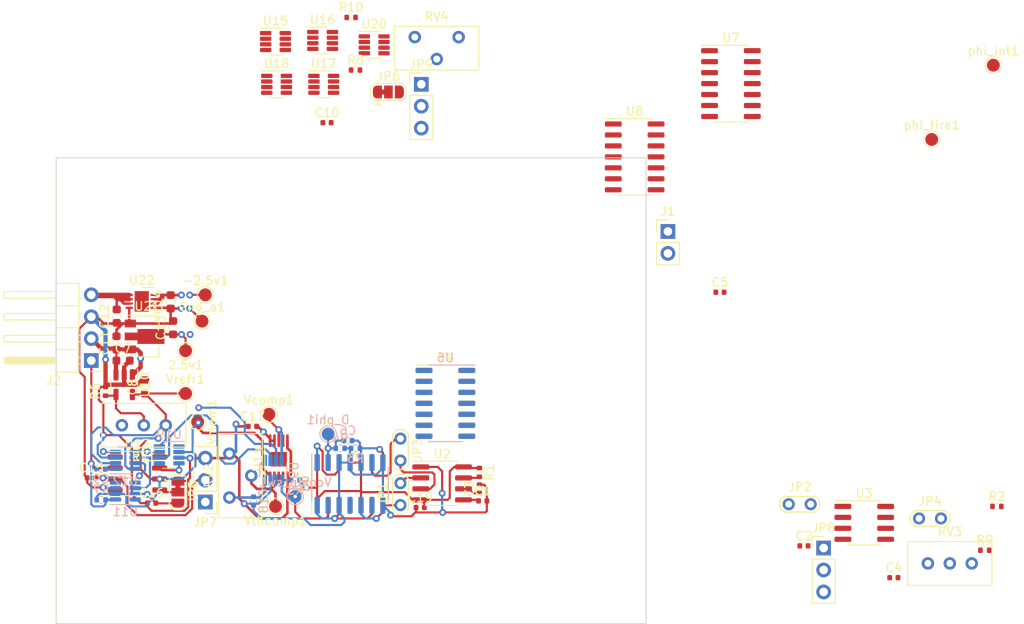
<source format=kicad_pcb>
(kicad_pcb (version 20211014) (generator pcbnew)
  (layers (0 "F.Cu" signal) (1 "In1.Cu" signal) (2 "In2.Cu" signal) (31 "B.Cu" signal) (34 "B.Paste" user) (35 "F.Paste" user) (36 "B.SilkS" user "B.Silkscreen") (37 "F.SilkS" user "F.Silkscreen") (38 "B.Mask" user) (39 "F.Mask" user) (44 "Edge.Cuts" user))
  (net 0 "")
  (net 1 "-2V5")
  (net 2 "+2V5")
  (net 3 "Net-(C1-Pad1)")
  (net 4 "GND")
  (net 5 "Net-(C2-Pad1)")
  (net 6 "Net-(C3-Pad1)")
  (net 7 "Net-(C4-Pad1)")
  (net 8 "phi_int")
  (net 9 "n_phi1")
  (net 10 "d_phi1")
  (net 11 "+5V")
  (net 12 "vrefr")
  (net 13 "I_in")
  (net 14 "Net-(C9-Pad2)")
  (net 15 "Net-(C10-Pad2)")
  (net 16 "-5V")
  (net 17 "vout")
  (net 18 "trig1")
  (net 19 "Net-(JP1-Pad2)")
  (net 20 "trig2")
  (net 21 "Net-(JP2-Pad2)")
  (net 22 "phi1")
  (net 23 "Net-(JP3-Pad2)")
  (net 24 "phi2")
  (net 25 "Net-(JP4-Pad2)")
  (net 26 "Net-(JP5-Pad2)")
  (net 27 "Net-(JP6-Pad2)")
  (net 28 "Net-(JP7-Pad1)")
  (net 29 "Net-(JP7-Pad2)")
  (net 30 "Net-(JP8-Pad1)")
  (net 31 "Net-(JP8-Pad2)")
  (net 32 "Net-(JP8-Pad3)")
  (net 33 "Net-(JP9-Pad1)")
  (net 34 "Net-(JP9-Pad3)")
  (net 35 "phi_fire")
  (net 36 "Net-(R1-Pad2)")
  (net 37 "vcomp_sw")
  (net 38 "Net-(R6-Pad1)")
  (net 39 "Net-(R7-Pad2)")
  (net 40 "Net-(R10-Pad1)")
  (net 41 "Net-(R9-Pad2)")
  (net 42 "Net-(R10-Pad2)")
  (net 44 "Net-(RV2-Pad2)")
  (net 47 "Net-(U1-Pad1)")
  (net 48 "Net-(U1-Pad14)")
  (net 50 "Net-(U4-Pad3)")
  (net 52 "Net-(U4-Pad14)")
  (net 59 "vcomp")
  (footprint "Package_TO_SOT_SMD:SOT-23-8" (layer "F.Cu") (at 62.992 60.071)
    (fp_text reference "U15")
    (fp_text value "ADG619")
  )
  (footprint "Resistor_SMD:R_0402_1005Metric" (layer "F.Cu") (at 86.614 109.982 -90)
    (fp_text reference "R1")
    (fp_text value "4.7k")
  )
  (footprint "TestPoint:TestPoint_2Pads_Pitch2.54mm_Drill0.8mm" (layer "F.Cu") (at 77.47 113.772 90)
    (fp_text reference "JP1")
    (fp_text value "Jumper_2_Bridged")
  )
  (footprint "Potentiometer_THT:Potentiometer_Bourns_3296Y_Vertical" (layer "F.Cu") (at 57.653 107.813 90)
    (fp_text reference "RV2")
    (fp_text value "100k")
  )
  (footprint "TestPoint:TestPoint_Pad_D1.5mm" (layer "F.Cu") (at 53.975 104.14 -90)
    (fp_text reference "Vmem1")
    (fp_text value "TestPoint")
  )
  (footprint "Package_TO_SOT_SMD:SOT-23-8" (layer "F.Cu") (at 68.58 65.024)
    (fp_text reference "U17")
    (fp_text value "ADG619")
  )
  (footprint "TestPoint:TestPoint_Pad_D1.5mm" (layer "F.Cu") (at 62.992 113.919 180)
    (fp_text reference "Vthcomp1")
    (fp_text value "TestPoint")
  )
  (footprint "Package_TO_SOT_SMD:SOT-23-8" (layer "F.Cu") (at 63.119 65.024)
    (fp_text reference "U18")
    (fp_text value "ADG619")
  )
  (footprint "TestPoint:TestPoint_2Pads_Pitch2.54mm_Drill0.8mm" (layer "F.Cu") (at 137.541 115.316)
    (fp_text reference "JP4")
    (fp_text value "Jumper_2_Bridged")
  )
  (footprint "Potentiometer_THT:Potentiometer_Bourns_3296W_Vertical" (layer "F.Cu") (at 143.647 120.523)
    (fp_text reference "RV3")
    (fp_text value "5k")
  )
  (footprint "Package_TO_SOT_SMD:SOT-23-8" (layer "F.Cu") (at 74.422 60.452)
    (fp_text reference "U20")
    (fp_text value "ADG619")
  )
  (footprint "Package_SO:SOIC-14_3.9x8.7mm_P1.27mm" (layer "F.Cu") (at 104.598 73.431)
    (fp_text reference "U8")
    (fp_text value "ALD1106")
  )
  (footprint "Package_SO:SOIC-14_3.9x8.7mm_P1.27mm" (layer "F.Cu") (at 115.748 64.941)
    (fp_text reference "U7")
    (fp_text value "ALD1107")
  )
  (footprint "Capacitor_SMD:C_0603_1608Metric" (layer "F.Cu") (at 44.6018 91.8836 90)
    (fp_text reference "C12")
    (fp_text value "10uf")
  )
  (footprint "Package_SO:SO-8_3.9x4.9mm_P1.27mm" (layer "F.Cu") (at 46.99 110.109)
    (fp_text reference "U13")
    (fp_text value "LTC6268xS8-10")
  )
  (footprint "Jumper:SolderJumper-3_P1.3mm_Bridged12_RoundedPad1.0x1.5mm" (layer "F.Cu") (at 76.073 65.913)
    (fp_text reference "JP6")
    (fp_text value "SolderJumper_3_Bridged12")
  )
  (footprint "Package_SO:SOIC-14_3.9x8.7mm_P1.27mm" (layer "F.Cu") (at 71.628 111.317 90)
    (fp_text reference "U5")
    (fp_text value "ALD1107")
  )
  (footprint "Resistor_SMD:R_0402_1005Metric" (layer "F.Cu") (at 43.307 100.584 90)
    (fp_text reference "R6")
    (fp_text value "10k")
  )
  (footprint "Capacitor_SMD:C_0402_1005Metric" (layer "F.Cu") (at 79.756 114.046)
    (fp_text reference "C19")
    (fp_text value "100n")
  )
  (footprint "Package_TO_SOT_SMD:SOT-23-8" (layer "F.Cu") (at 68.453 59.944)
    (fp_text reference "U16")
    (fp_text value "ADG619")
  )
  (footprint "Package_DFN_QFN:DFN-8-1EP_3x3mm_P0.5mm_EP1.65x2.38mm" (layer "F.Cu") (at 47.4974 90.1694)
    (fp_text reference "U22")
    (fp_text value "LT3015EDD-2.5")
  )
  (footprint "Package_TO_SOT_SMD:SOT-23-5" (layer "F.Cu") (at 45.466 99.8165 -90)
    (fp_text reference "U10")
    (fp_text value "AP7366")
  )
  (footprint "Capacitor_SMD:C_0603_1608Metric" (layer "F.Cu") (at 50.8502 90.2202 90)
    (fp_text reference "C14")
    (fp_text value "10uf")
  )
  (footprint "Connector_PinHeader_2.54mm:PinHeader_1x03_P2.54mm_Vertical" (layer "F.Cu") (at 54.864 113.411 180)
    (fp_text reference "JP7")
    (fp_text value "Jumper_3_Bridged12")
  )
  (footprint "Package_SO:SOIC-8_3.9x4.9mm_P1.27mm" (layer "F.Cu") (at 82.296 111.252)
    (fp_text reference "U2")
    (fp_text value "LM555xM")
  )
  (footprint "Package_SO:SOIC-14_3.9x8.7mm_P1.27mm" (layer "F.Cu") (at 82.677 101.981)
    (fp_text reference "U4")
    (fp_text value "ALD1107")
  )
  (footprint "TestPoint:TestPoint_Pad_D1.5mm" (layer "F.Cu") (at 62.23 103.251)
    (fp_text reference "Vcomp1")
    (fp_text value "TestPoint")
  )
  (footprint "Jumper:SolderJumper-3_P1.3mm_Bridged12_RoundedPad1.0x1.5mm" (layer "F.Cu") (at 51.689 112.268 -90)
    (fp_text reference "JP5")
    (fp_text value "SolderJumper_3_Bridged12")
  )
  (footprint "Resistor_SMD:R_0402_1005Metric" (layer "F.Cu") (at 72.263 63.373)
    (fp_text reference "R8")
    (fp_text value "500k")
  )
  (footprint "Potentiometer_THT:Potentiometer_Bourns_3296Y_Vertical" (layer "F.Cu") (at 84.211 59.558)
    (fp_text reference "RV4")
    (fp_text value "500k")
  )
  (footprint "Capacitor_SMD:C_0402_1005Metric" (layer "F.Cu") (at 124.206 118.491)
    (fp_text reference "C2")
    (fp_text value "0.1u")
  )
  (footprint "Package_TO_SOT_SMD:SOT-89-3" (layer "F.Cu") (at 47.8276 94.2334)
    (fp_text reference "U21")
    (fp_text value "AP1117Y25G")
  )
  (footprint "Connector_PinHeader_2.54mm:PinHeader_1x03_P2.54mm_Vertical" (layer "F.Cu") (at 126.492 118.745)
    (fp_text reference "JP8")
    (fp_text value "Jumper_3_Bridged12")
  )
  (footprint "Capacitor_SMD:C_0402_1005Metric" (layer "F.Cu") (at 114.478 89.111)
    (fp_text reference "C5")
    (fp_text value "1n")
  )
  (footprint "Capacitor_SMD:C_0402_1005Metric" (layer "F.Cu") (at 134.62 122.174)
    (fp_text reference "C4")
    (fp_text value "0.25u")
  )
  (footprint "Capacitor_SMD:C_0603_1608Metric" (layer "F.Cu") (at 45.339 97.028)
    (fp_text reference "C7")
    (fp_text value "1u")
  )
  (footprint "Package_SO:SOIC-8_3.9x4.9mm_P1.27mm" (layer "F.Cu") (at 131.191 115.824)
    (fp_text reference "U3")
    (fp_text value "LM555xM")
  )
  (footprint "TestPoint:TestPoint_2Pads_Pitch2.54mm_Drill0.8mm" (layer "F.Cu") (at 122.448 113.665)
    (fp_text reference "JP2")
    (fp_text value "Jumper_2_Bridged")
  )
  (footprint "TestPoint:TestPoint_Pad_D1.5mm" (layer "F.Cu") (at 54.483 92.456)
    (fp_text reference "Gnd_a1")
    (fp_text value "TestPoint")
  )
  (footprint "Potentiometer_THT:Potentiometer_Bourns_3296W_Vertical" (layer "F.Cu") (at 45.202 104.521 180)
    (fp_text reference "RV1")
    (fp_text value "20k")
  )
  (footprint "TestPoint:TestPoint_Pad_D1.5mm" (layer "F.Cu") (at 146.148 62.811)
    (fp_text reference "phi_int1")
    (fp_text value "TestPoint")
  )
  (footprint "Capacitor_SMD:C_0402_1005Metric" (layer "F.Cu") (at 86.995 113.284)
    (fp_text reference "C1")
    (fp_text value "0.1u")
  )
  (footprint "Capacitor_SMD:C_0402_1005Metric" (layer "F.Cu") (at 86.614 111.887 90)
    (fp_text reference "C3")
    (fp_text value "0.03u")
  )
  (footprint "TestPoint:TestPoint_Pad_D1.5mm" (layer "F.Cu") (at 54.864 89.408)
    (fp_text reference "-2.5v1")
    (fp_text value "TestPoint")
  )
  (footprint "Resistor_SMD:R_0402_1005Metric" (layer "F.Cu") (at 145.161 118.999)
    (fp_text reference "R9")
    (fp_text value "330")
  )
  (footprint "Capacitor_SMD:C_0402_1005Metric" (layer "F.Cu") (at 48.641 113.538)
    (fp_text reference "C16")
    (fp_text value "100n")
  )
  (footprint "Capacitor_SMD:C_0402_1005Metric" (layer "F.Cu") (at 60.325 104.648)
    (fp_text reference "C17")
    (fp_text value "100n")
  )
  (footprint "Capacitor_SMD:C_0603_1608Metric" (layer "F.Cu") (at 47.879 100.076 90)
    (fp_text reference "C8")
    (fp_text value "1u")
  )
  (footprint "Package_SO:MSOP-10-1EP_3x3mm_P0.5mm_EP1.68x1.88mm" (layer "F.Cu") (at 63.373 108.458 90)
    (fp_text reference "U14")
    (fp_text value "LT1715")
  )
  (footprint "Connector_PinHeader_2.54mm:PinHeader_1x02_P2.54mm_Vertical" (layer "F.Cu") (at 108.448 82.071)
    (fp_text reference "J1")
    (fp_text value "Output connector")
  )
  (footprint "TestPoint:TestPoint_Pad_D1.5mm" (layer "F.Cu") (at 52.578 100.838)
    (fp_text reference "Vrefr1")
    (fp_text value "TestPoint")
  )
  (footprint "TestPoint:TestPoint_Pad_D1.5mm" (layer "F.Cu") (at 52.578 95.885 180)
    (fp_text reference "2.5v1")
    (fp_text value "TestPoint")
  )
  (footprint "Connector_PinHeader_2.54mm:PinHeader_1x03_P2.54mm_Vertical" (layer "F.Cu") (at 79.883 65.024)
    (fp_text reference "JP9")
    (fp_text value "Jumper_3_Bridged12")
  )
  (footprint "TestPoint:TestPoint_Pad_D1.5mm" (layer "F.Cu") (at 139.008 71.411)
    (fp_text reference "phi_fire1")
    (fp_text value "TestPoint")
  )
  (footprint "TestPoint:TestPoint_2Pads_Pitch2.54mm_Drill0.8mm" (layer "F.Cu") (at 77.47 106.065 -90)
    (fp_text reference "JP3")
    (fp_text value "Jumper_2_Bridged")
  )
  (footprint "Resistor_SMD:R_0402_1005Metric" (layer "F.Cu") (at 146.558 113.919)
    (fp_text reference "R2")
    (fp_text value "4.7k")
  )
  (footprint "Capacitor_SMD:C_0603_1608Metric" (layer "F.Cu") (at 44.5764 94.983 90)
    (fp_text reference "C11")
    (fp_text value "10uf")
  )
  (footprint "Connector_PinHeader_2.54mm:PinHeader_1x04_P2.54mm_Horizontal" (layer "F.Cu") (at 41.656 97.028 180)
    (fp_text reference "J2")
    (fp_text value "Input connector")
  )
  (footprint "Resistor_SMD:R_0402_1005Metric" (layer "F.Cu") (at 71.755 57.277)
    (fp_text reference "R10")
    (fp_text value "10k")
  )
  (footprint "Capacitor_SMD:C_0603_1608Metric" (layer "F.Cu") (at 51.1296 93.2174 90)
    (fp_text reference "C13")
    (fp_text value "22uf")
  )
  (footprint "Capacitor_SMD:C_0402_1005Metric" (layer "F.Cu") (at 68.961 69.469)
    (fp_text reference "C10")
    (fp_text value "500p")
  )
  (footprint "Capacitor_SMD:C_0402_1005Metric" (layer "F.Cu") (at 41.656 110.617)
    (fp_text reference "C15")
    (fp_text value "100n")
  )
  (footprint "Resistor_SMD:R_0402_1005Metric" (layer "B.Cu") (at 42.797 113.157 180)
    (fp_text reference "R7")
    (fp_text value "500k")
  )
  (footprint "TestPoint:TestPoint_Pad_D1.5mm" (layer "B.Cu") (at 69.088 105.537 180)
    (fp_text reference "D_phi1")
    (fp_text value "TestPoint")
  )
  (footprint "Resistor_SMD:R_0402_1005Metric" (layer "B.Cu") (at 65.278 110.871)
    (fp_text reference "R5")
    (fp_text value "109k")
  )
  (footprint "Package_TO_SOT_SMD:SOT-23-8" (layer "B.Cu") (at 45.593 108.585)
    (fp_text reference "U12")
    (fp_text value "ADG619")
  )
  (footprint "Capacitor_SMD:C_0402_1005Metric" (layer "B.Cu") (at 60.452 113.284 90)
    (fp_text reference "C18")
    (fp_text value "100n")
  )
  (footprint "Package_SO:SOIC-14_3.9x8.7mm_P1.27mm" (layer "B.Cu") (at 71.628 111.317 -90)
    (fp_text reference "U1")
    (fp_text value "ALD1106")
  )
  (footprint "Package_TO_SOT_SMD:SOT-23-8" (layer "B.Cu") (at 62.738 109.728 90)
    (fp_text reference "U9")
    (fp_text value "ADG619")
  )
  (footprint "Capacitor_SMD:C_0402_1005Metric" (layer "B.Cu") (at 42.799 109.601)
    (fp_text reference "C9")
    (fp_text value "20n")
  )
  (footprint "Resistor_SMD:R_0402_1005Metric" (layer "B.Cu") (at 72.263 107.188)
    (fp_text reference "R3")
    (fp_text value "10k")
  )
  (footprint "Package_SO:SOIC-14_3.9x8.7mm_P1.27mm" (layer "B.Cu") (at 82.677 101.981 180)
    (fp_text reference "U6")
    (fp_text value "ALD1106")
  )
  (footprint "Resistor_SMD:R_0402_1005Metric" (layer "B.Cu") (at 70.485 107.188 180)
    (fp_text reference "R4")
    (fp_text value "1M")
  )
  (footprint "Capacitor_SMD:C_0402_1005Metric" (layer "B.Cu") (at 71.374 106.299 180)
    (fp_text reference "C6")
    (fp_text value "10p")
  )
  (footprint "TestPoint:TestPoint_Pad_D1.5mm" (layer "B.Cu") (at 65.278 112.776 180)
    (fp_text reference "Vcomp_sw1")
    (fp_text value "TestPoint")
  )
  (footprint "Package_TO_SOT_SMD:SOT-23-8" (layer "B.Cu") (at 45.593 112.141)
    (fp_text reference "U11")
    (fp_text value "ADG619")
  )
  (footprint "Package_TO_SOT_SMD:SOT-23-8" (layer "B.Cu") (at 50.673 107.95 180)
    (fp_text reference "U19")
    (fp_text value "ADG619")
  )
  (gr_rect (start 105.918 127.508) (end 37.592 73.533) (layer "Edge.Cuts") (width 0.1) (fill none))
  (segment (start 49.3302 90.4194) (end 49.9742 89.7754) (width 0.3) (layer "F.Cu") (net 1))
  (segment (start 49.9742 89.7754) (end 49.9742 89.4452) (width 0.3) (layer "F.Cu") (net 1))
  (segment (start 50.8244 89.4194) (end 50.8502 89.4452) (width 0.3) (layer "F.Cu") (net 1))
  (segment (start 49.5 89.9194) (end 49.9742 89.4452) (width 0.3) (layer "F.Cu") (net 1))
  (segment (start 54.864 89.408) (end 53.086 89.408) (width 0.25) (layer "F.Cu") (net 1))
  (segment (start 53.086 89.408) (end 53.0606 89.4334) (width 0.25) (layer "F.Cu") (net 1))
  (segment (start 49.9742 89.4452) (end 50.8502 89.4452) (width 0.3) (layer "F.Cu") (net 1))
  (segment (start 48.9474 89.9194) (end 49.5 89.9194) (width 0.3) (layer "F.Cu") (net 1))
  (segment (start 51.689 113.568) (end 49.179 113.568) (width 0.25) (layer "F.Cu") (net 1))
  (segment (start 49.179 113.568) (end 48.133 112.522) (width 0.25) (layer "F.Cu") (net 1))
  (segment (start 48.9474 89.4194) (end 50.8244 89.4194) (width 0.3) (layer "F.Cu") (net 1))
  (segment (start 48.9474 90.4194) (end 49.3302 90.4194) (width 0.3) (layer "F.Cu") (net 1))
  (segment (start 52.0836 89.4452) (end 52.0954 89.4334) (width 0.3) (layer "F.Cu") (net 1))
  (segment (start 50.8502 89.4452) (end 52.0836 89.4452) (width 0.3) (layer "F.Cu") (net 1))
  (via (at 47.227819 110.3795) (size 0.8) (drill 0.4) (layers "F.Cu" "B.Cu") (net 1))
  (via (at 52.0954 89.4334) (size 0.8) (drill 0.4) (layers "F.Cu" "B.Cu") (net 1))
  (via (at 48.133 112.522) (size 0.8) (drill 0.4) (layers "F.Cu" "B.Cu") (net 1))
  (via (at 54.102 102.489) (size 0.8) (drill 0.4) (layers "F.Cu" "B.Cu") (net 1))
  (via (at 53.0606 89.4334) (size 0.8) (drill 0.4) (layers "F.Cu" "B.Cu") (net 1))
  (via (at 48.133 107.569) (size 0.8) (drill 0.4) (layers "F.Cu" "B.Cu") (net 1))
  (segment (start 47.879 109.093) (end 47.879 109.728319) (width 0.25) (layer "B.Cu") (net 1))
  (segment (start 63.063 107.259) (end 62.484 106.68) (width 0.25) (layer "B.Cu") (net 1))
  (segment (start 59.436 104.14) (end 57.785 102.489) (width 0.25) (layer "B.Cu") (net 1))
  (segment (start 46.7305 108.91) (end 47.696 108.91) (width 0.25) (layer "B.Cu") (net 1))
  (segment (start 47.879 109.728319) (end 47.227819 110.3795) (width 0.25) (layer "B.Cu") (net 1))
  (segment (start 59.436 105.537) (end 59.436 104.14) (width 0.25) (layer "B.Cu") (net 1))
  (segment (start 57.785 102.489) (end 54.102 102.489) (width 0.25) (layer "B.Cu") (net 1))
  (segment (start 48.077 112.466) (end 48.133 112.522) (width 0.25) (layer "B.Cu") (net 1))
  (segment (start 60.579 106.68) (end 59.436 105.537) (width 0.25) (layer "B.Cu") (net 1))
  (segment (start 47.696 108.91) (end 47.879 109.093) (width 0.25) (layer "B.Cu") (net 1))
  (segment (start 49.5355 107.625) (end 48.189 107.625) (width 0.25) (layer "B.Cu") (net 1))
  (segment (start 62.484 106.68) (end 60.579 106.68) (width 0.25) (layer "B.Cu") (net 1))
  (segment (start 63.063 108.5905) (end 63.063 107.259) (width 0.25) (layer "B.Cu") (net 1))
  (segment (start 46.7305 112.466) (end 48.077 112.466) (width 0.25) (layer "B.Cu") (net 1))
  (segment (start 48.189 107.625) (end 48.133 107.569) (width 0.25) (layer "B.Cu") (net 1))
  (segment (start 42.136 110.617) (end 42.997 110.617) (width 0.25) (layer "F.Cu") (net 2))
  (segment (start 52.578 95.885) (end 52.578 94.478) (width 0.25) (layer "F.Cu") (net 2))
  (segment (start 52.0924 93.9924) (end 52.1 94) (width 0.3) (layer "F.Cu") (net 2))
  (segment (start 51.1296 93.9924) (end 52.0924 93.9924) (width 0.3) (layer "F.Cu") (net 2))
  (segment (start 46.5061 93.9924) (end 46.2651 94.2334) (width 0.3) (layer "F.Cu") (net 2))
  (segment (start 42.997 110.617) (end 43.0135 110.6335) (width 0.25) (layer "F.Cu") (net 2))
  (segment (start 49.819 109.728) (end 49.565 109.474) (width 0.25) (layer "F.Cu") (net 2))
  (segment (start 52.578 94.478) (end 52.1 94) (width 0.25) (layer "F.Cu") (net 2))
  (segment (start 51.816 109.728) (end 49.819 109.728) (width 0.25) (layer "F.Cu") (net 2))
  (segment (start 51.1296 93.9924) (end 46.5061 93.9924) (width 0.3) (layer "F.Cu") (net 2))
  (via (at 52.1 94) (size 0.8) (drill 0.4) (layers "F.Cu" "B.Cu") (net 2))
  (via (at 53.1 94) (size 0.8) (drill 0.4) (layers "F.Cu" "B.Cu") (net 2))
  (via (at 43.053 107.569) (size 0.8) (drill 0.4) (layers "F.Cu" "B.Cu") (net 2))
  (via (at 43.0135 110.6335) (size 0.8) (drill 0.4) (layers "F.Cu" "B.Cu") (net 2))
  (via (at 51.816 109.728) (size 0.8) (drill 0.4) (layers "F.Cu" "B.Cu") (net 2))
  (segment (start 61.763 112.227) (end 61.763 110.8655) (width 0.3) (layer "B.Cu") (net 2))
  (segment (start 44.4555 107.61) (end 43.094 107.61) (width 0.25) (layer "B.Cu") (net 2))
  (segment (start 44.4555 110.7495) (end 44.3395 110.6335) (width 0.25) (layer "B.Cu") (net 2))
  (segment (start 51.8105 108.925) (end 51.8105 109.7225) (width 0.25) (layer "B.Cu") (net 2))
  (segment (start 44.4555 111.166) (end 44.4555 110.7495) (width 0.25) (layer "B.Cu") (net 2))
  (segment (start 43.094 107.61) (end 43.053 107.569) (width 0.25) (layer "B.Cu") (net 2))
  (segment (start 51.8105 109.7225) (end 51.816 109.728) (width 0.25) (layer "B.Cu") (net 2))
  (segment (start 61.097 112.893) (end 61.763 112.227) (width 0.3) (layer "B.Cu") (net 2))
  (segment (start 57.653 112.893) (end 61.097 112.893) (width 0.3) (layer "B.Cu") (net 2))
  (segment (start 44.3395 110.6335) (end 43.0135 110.6335) (width 0.25) (layer "B.Cu") (net 2))
  (segment (start 86.388 113.157) (end 86.515 113.284) (width 0.25) (layer "F.Cu") (net 3))
  (segment (start 84.771 113.157) (end 86.388 113.157) (width 0.25) (layer "F.Cu") (net 3))
  (segment (start 81.788 109.347) (end 82.042 109.601) (width 0.25) (layer "F.Cu") (net 4))
  (segment (start 51.1296 92.4424) (end 50.8386 92.7334) (width 0.3) (layer "F.Cu") (net 4))
  (segment (start 52.083 90.9952) (end 52.0954 90.9828) (width 0.3) (layer "F.Cu") (net 4))
  (segment (start 87.475 113.284) (end 87.475 114.455) (width 0.25) (layer "F.Cu") (net 4))
  (segment (start 52.8955 110.8075) (end 52.8955 113.9825) (width 0.25) (layer "F.Cu") (net 4))
  (segment (start 79.276 114.526) (end 79.1845 114.6175) (width 0.25) (layer "F.Cu") (net 4))
  (segment (start 79.821 109.347) (end 81.788 109.347) (width 0.25) (layer "F.Cu") (net 4))
  (segment (start 58.801 108.585) (end 58.029 107.813) (width 0.3) (layer "F.Cu") (net 4))
  (segment (start 42.4328 92.0898) (end 42.0426 92.0898) (width 0.3) (layer "F.Cu") (net 4))
  (segment (start 79.276 114.046) (end 79.276 114.526) (width 0.25) (layer "F.Cu") (net 4))
  (segment (start 44.5764 93.4686) (end 45.3116 92.7334) (width 0.3) (layer "F.Cu") (net 4))
  (segment (start 54.483 92.456) (end 54.483 92.4052) (width 0.25) (layer "F.Cu") (net 4))
  (segment (start 46.0474 92.6032) (end 46.1776 92.7334) (width 0.3) (layer "F.Cu") (net 4))
  (segment (start 82.3595 114.6175) (end 79.1845 114.6175) (width 0.25) (layer "F.Cu") (net 4))
  (segment (start 46.99 99.822) (end 45.339 99.822) (width 0.5) (layer "F.Cu") (net 4))
  (segment (start 45.3116 92.7334) (end 43.0764 92.7334) (width 0.3) (layer "F.Cu") (net 4))
  (segment (start 78.74 115.062) (end 76.454 115.062) (width 0.25) (layer "F.Cu") (net 4))
  (segment (start 86.614 111.407) (end 87.15 111.407) (width 0.25) (layer "F.Cu") (net 4))
  (segment (start 82.296 109.855) (end 82.296 112.395) (width 0.25) (layer "F.Cu") (net 4))
  (segment (start 46.355 107.188) (end 44.831 105.664) (width 0.25) (layer "F.Cu") (net 4))
  (segment (start 41.176 110.617) (end 41.176 111.153) (width 0.25) (layer "F.Cu") (net 4))
  (segment (start 52.735 110.968) (end 51.689 110.968) (width 0.25) (layer "F.Cu") (net 4))
  (segment (start 40.894 110.335) (end 40.894 98.933) (width 0.25) (layer "F.Cu") (net 4))
  (segment (start 50.8386 92.7334) (end 48.9184 92.7334) (width 0.3) (layer "F.Cu") (net 4))
  (segment (start 59.3725 113.6015) (end 58.801 113.03) (width 0.3) (layer "F.Cu") (net 4))
  (segment (start 48.641 114.427) (end 48.133 113.919) (width 0.25) (layer "F.Cu") (net 4))
  (segment (start 43.559 99.822) (end 43.307 100.074) (width 0.5) (layer "F.Cu") (net 4))
  (segment (start 42.801 100.074) (end 43.307 100.074) (width 0.25) (layer "F.Cu") (net 4))
  (segment (start 45.466 98.679) (end 45.466 97.676) (width 0.5) (layer "F.Cu") (net 4))
  (segment (start 48.133 113.919) (end 48.133 113.566) (width 0.25) (layer "F.Cu") (net 4))
  (segment (start 48.9474 90.9194) (end 50.7744 90.9194) (width 0.3) (layer "F.Cu") (net 4))
  (segment (start 52.451 114.427) (end 48.641 114.427) (width 0.25) (layer "F.Cu") (net 4))
  (segment (start 45.339 99.822) (end 43.559 99.822) (width 0.5) (layer "F.Cu") (net 4))
  (segment (start 50.8502 92.163) (end 51.1296 92.4424) (width 0.3) (layer "F.Cu") (net 4))
  (segment (start 50.7744 90.9194) (end 50.8502 90.9952) (width 0.3) (layer "F.Cu") (net 4))
  (segment (start 52.8955 110.8075) (end 52.735 110.968) (width 0.25) (layer "F.Cu") (net 4))
  (segment (start 40.259 93.345) (end 41.656 91.948) (width 0.25) (layer "F.Cu") (net 4))
  (segment (start 64.77 110.211) (end 64.373 110.608) (width 0.3) (layer "F.Cu") (net 4))
  (segment (start 87.15 111.407) (end 87.475 111.732) (width 0.25) (layer "F.Cu") (net 4))
  (segment (start 50.8502 90.9952) (end 50.8502 92.163) (width 0.3) (layer "F.Cu") (net 4))
  (segment (start 43.0764 92.7334) (end 42.4328 92.0898) (width 0.3) (layer "F.Cu") (net 4))
  (segment (start 87.3125 114.6175) (end 82.3595 114.6175) (width 0.25) (layer "F.Cu") (net 4))
  (segment (start 64.373 110.608) (end 64.373 114.697) (width 0.3) (layer "F.Cu") (net 4))
  (segment (start 50.8502 90.9952) (end 52.083 90.9952) (width 0.3) (layer "F.Cu") (net 4))
  (segment (start 40.259 98.298) (end 40.259 93.345) (width 0.25) (layer "F.Cu") (net 4))
  (segment (start 42.545 100.33) (end 42.801 100.074) (width 0.25) (layer "F.Cu") (net 4))
  (segment (start 45.466 98.679) (end 45.466 99.695) (width 0.5) (layer "F.Cu") (net 4))
  (segment (start 46.1776 92.7334) (end 45.3116 92.7334) (width 0.3) (layer "F.Cu") (net 4))
  (segment (start 61.087 115.316) (end 59.3725 113.6015) (width 0.3) (layer "F.Cu") (net 4))
  (segment (start 82.042 109.601) (end 82.296 109.855) (width 0.25) (layer "F.Cu") (net 4))
  (segment (start 47.879 99.301) (end 47.511 99.301) (width 0.5) (layer "F.Cu") (net 4))
  (segment (start 47.511 99.301) (end 46.99 99.822) (width 0.5) (layer "F.Cu") (net 4))
  (segment (start 41.176 110.617) (end 40.894 110.335) (width 0.25) (layer "F.Cu") (net 4))
  (segment (start 79.1845 114.6175) (end 78.74 115.062) (width 0.25) (layer "F.Cu") (net 4))
  (segment (start 52.8955 113.9825) (end 52.451 114.427) (width 0.25) (layer "F.Cu") (net 4))
  (segment (start 46.0474 90.9194) (end 46.0474 92.6032) (width 0.3) (layer "F.Cu") (net 4))
  (segment (start 43.053 102.108) (end 42.545 101.6) (width 0.25) (layer "F.Cu") (net 4))
  (segment (start 46.355 112.522) (end 46.355 107.188) (width 0.25) (layer "F.Cu") (net 4))
  (segment (start 57.135 108.331) (end 57.653 107.813) (width 0.3) (layer "F.Cu") (net 4))
  (segment (start 87.475 114.455) (end 87.3125 114.6175) (width 0.25) (layer "F.Cu") (net 4))
  (segment (start 87.475 111.732) (end 87.475 113.284) (width 0.25) (layer "F.Cu") (net 4))
  (segment (start 42.545 101.6) (end 42.545 100.33) (width 0.25) (layer "F.Cu") (net 4))
  (segment (start 64.373 106.308) (end 64.373 107.172) (width 0.3) (layer "F.Cu") (net 4))
  (segment (start 47.371 113.538) (end 46.355 112.522) (width 0.25) (layer "F.Cu") (net 4))
  (segment (start 54.61 108.331) (end 57.135 108.331) (width 0.3) (layer "F.Cu") (net 4))
  (segment (start 47.879 99.301) (end 47.638 99.301) (width 0.25) (layer "F.Cu") (net 4))
  (segment (start 43.307 96.901) (end 43.307 100.074) (width 0.5) (layer "F.Cu") (net 4))
  (segment (start 54.61 108.331) (end 53.086 108.331) (width 0.3) (layer "F.Cu") (net 4))
  (segment (start 40.894 98.933) (end 40.259 98.298) (width 0.25) (layer "F.Cu") (net 4))
  (segment (start 45.466 97.676) (end 46.114 97.028) (width 0.5) (layer "F.Cu") (net 4))
  (segment (start 45.466 99.695) (end 45.339 99.822) (width 0.5) (layer "F.Cu") (net 4))
  (segment (start 59.845 104.648) (end 58.674 104.648) (width 0.3) (layer "F.Cu") (net 4))
  (segment (start 76.454 115.062) (end 76.327 114.935) (width 0.25) (layer "F.Cu") (net 4))
  (segment (start 64.373 114.697) (end 63.754 115.316) (width 0.3) (layer "F.Cu") (net 4))
  (segment (start 41.751829 111.728829) (end 43.027141 111.728829) (width 0.25) (layer "F.Cu") (net 4))
  (segment (start 44.5764 94.208) (end 44.5764 93.4686) (width 0.3) (layer "F.Cu") (net 4))
  (segment (start 64.77 107.569) (end 64.77 110.211) (width 0.3) (layer "F.Cu") (net 4))
  (segment (start 63.754 115.316) (end 61.087 115.316) (width 0.3) (layer "F.Cu") (net 4))
  (segment (start 54.483 92.4052) (end 53.0606 90.9828) (width 0.25) (layer "F.Cu") (net 4))
  (segment (start 58.801 113.03) (end 58.801 108.585) (width 0.3) (layer "F.Cu") (net 4))
  (segment (start 43.053 105.664) (end 43.053 102.108) (width 0.25) (layer "F.Cu") (net 4))
  (segment (start 58.029 107.813) (end 57.653 107.813) (width 0.3) (layer "F.Cu") (net 4))
  (segment (start 53.086 110.617) (end 52.8955 110.8075) (width 0.25) (layer "F.Cu") (net 4))
  (segment (start 58.674 104.648) (end 58.42 104.394) (width 0.3) (layer "F.Cu") (net 4))
  (segment (start 53.086 108.331) (end 53.086 110.617) (width 0.25) (layer "F.Cu") (net 4))
  (segment (start 48.161 113.538) (end 47.371 113.538) (width 0.25) (layer "F.Cu") (net 4))
  (segment (start 48.9184 92.7334) (end 46.1776 92.7334) (width 0.3) (layer "F.Cu") (net 4))
  (segment (start 44.831 105.664) (end 43.053 105.664) (width 0.25) (layer "F.Cu") (net 4))
  (segment (start 48.133 113.566) (end 48.161 113.538) (width 0.25) (layer "F.Cu") (net 4))
  (segment (start 41.176 111.153) (end 41.751829 111.728829) (width 0.25) (layer "F.Cu") (net 4))
  (segment (start 64.373 107.172) (end 64.77 107.569) (width 0.3) (layer "F.Cu") (net 4))
  (via (at 82.3595 114.6175) (size 0.8) (drill 0.4) (layers "F.Cu" "B.Cu") (net 4))
  (via (at 82.296 112.395) (size 0.8) (drill 0.4) (layers "F.Cu" "B.Cu") (net 4))
  (via (at 43.027141 111.728829) (size 0.8) (drill 0.4) (layers "F.Cu" "B.Cu") (net 4))
  (via (at 43.053 105.664) (size 0.8) (drill 0.4) (layers "F.Cu" "B.Cu") (net 4))
  (via (at 58.42 104.394) (size 0.8) (drill 0.4) (layers "F.Cu" "B.Cu") (net 4))
  (via (at 76.327 114.935) (size 0.8) (drill 0.4) (layers "F.Cu" "B.Cu") (net 4))
  (via (at 43.307 96.901) (size 0.8) (drill 0.4) (layers "F.Cu" "B.Cu") (net 4))
  (via (at 59.3725 113.6015) (size 0.8) (drill 0.4) (layers "F.Cu" "B.Cu") (net 4))
  (via (at 52.0954 90.9828) (size 0.8) (drill 0.4) (layers "F.Cu" "B.Cu") (net 4))
  (via (at 53.086 108.331) (size 0.8) (drill 0.4) (layers "F.Cu" "B.Cu") (net 4))
  (via (at 53.0606 90.9828) (size 0.8) (drill 0.4) (layers "F.Cu" "B.Cu") (net 4))
  (segment (start 72.136 110.236) (end 74.676 110.236) (width 0.25) (layer "B.Cu") (net 4))
  (segment (start 82.296 114.554) (end 82.3595 114.6175) (width 0.25) (layer "B.Cu") (net 4))
  (segment (start 70.358 113.792) (end 70.358 114.681) (width 0.25) (layer "B.Cu") (net 4))
  (segment (start 53.03 108.275) (end 53.086 108.331) (width 0.25) (layer "B.Cu") (net 4))
  (segment (start 74.676 110.236) (end 75.438 109.474) (width 0.25) (layer "B.Cu") (net 4))
  (segment (start 43.053 106.172) (end 43.053 105.664) (width 0.25) (layer "B.Cu") (net 4))
  (segment (start 70.612 116.078) (end 67.056 116.078) (width 0.25) (layer "B.Cu") (net 4))
  (segment (start 51.8105 108.275) (end 53.03 108.275) (width 0.25) (layer "B.Cu") (net 4))
  (segment (start 71.628 107.313) (end 71.753 107.188) (width 0.25) (layer "B.Cu") (net 4))
  (segment (start 62.413 112.212) (end 61.0235 113.6015) (width 0.25) (layer "B.Cu") (net 4))
  (segment (start 58.42 104.394) (end 58.42 107.569) (width 0.3) (layer "B.Cu") (net 4))
  (segment (start 60.452 114.427) (end 60.452 113.764) (width 0.25) (layer "B.Cu") (net 4))
  (segment (start 70.358 114.681) (end 70.993 115.316) (width 0.25) (layer "B.Cu") (net 4))
  (segment (start 75.438 108.842) (end 75.438 113.792) (width 0.25) (layer "B.Cu") (net 4))
  (segment (start 76.327 114.681) (end 75.438 113.792) (width 0.25) (layer "B.Cu") (net 4))
  (segment (start 43.307 96.901) (end 43.307 93.599) (width 0.5) (layer "B.Cu") (net 4))
  (segment (start 71.628 109.728) (end 72.136 110.236) (width 0.25) (layer "B.Cu") (net 4))
  (segment (start 42.401489 107.838866) (end 42.401489 106.823511) (width 0.25) (layer "B.Cu") (net 4))
  (segment (start 42.401489 106.823511) (end 43.053 106.172) (width 0.25) (layer "B.Cu") (net 4))
  (segment (start 66.294 115.316) (end 61.341 115.316) (width 0.25) (layer "B.Cu") (net 4))
  (segment (start 44.4555 111.816) (end 43.114312 111.816) (width 0.25) (layer "B.Cu") (net 4))
  (segment (start 67.056 116.078) (end 66.294 115.316) (width 0.25) (layer "B.Cu") (net 4))
  (segment (start 61.0235 113.6015) (end 59.3725 113.6015) (width 0.25) (layer "B.Cu") (net 4))
  (segment (start 70.995 107.188) (end 71.753 107.188) (width 0.25) (layer "B.Cu") (net 4))
  (segment (start 76.327 114.935) (end 76.327 114.681) (width 0.25) (layer "B.Cu") (net 4))
  (segment (start 71.628 108.842) (end 70.358 108.842) (width 0.25) (layer "B.Cu") (net 4))
  (segment (start 75.438 109.474) (end 75.438 108.842) (width 0.25) (layer "B.Cu") (net 4))
  (segment (start 71.628 108.842) (end 71.628 109.728) (width 0.25) (layer "B.Cu") (net 4))
  (segment (start 70.993 115.697) (end 70.612 116.078) (width 0.25) (layer "B.Cu") (net 4))
  (segment (start 61.341 115.316) (end 60.452 114.427) (width 0.25) (layer "B.Cu") (net 4))
  (segment (start 58.176 107.813) (end 57.653 107.813) (width 0.3) (layer "B.Cu") (net 4))
  (segment (start 70.993 115.316) (end 70.993 115.697) (width 0.25) (layer "B.Cu") (net 4))
  (segment (start 58.42 107.569) (end 58.176 107.813) (width 0.3) (layer "B.Cu") (net 4))
  (segment (start 71.628 108.842) (end 71.628 107.313) (width 0.25) (layer "B.Cu") (net 4))
  (segment (start 70.358 108.842) (end 70.358 113.792) (width 0.25) (layer "B.Cu") (net 4))
  (segment (start 62.413 110.8655) (end 62.413 112.212) (width 0.25) (layer "B.Cu") (net 4))
  (segment (start 42.822623 108.26) (end 42.401489 107.838866) (width 0.25) (layer "B.Cu") (net 4))
  (segment (start 44.4555 108.26) (end 42.822623 108.26) (width 0.25) (layer "B.Cu") (net 4))
  (segment (start 43.307 93.599) (end 41.656 91.948) (width 0.5) (layer "B.Cu") (net 4))
  (segment (start 43.114312 111.816) (end 43.027141 111.728829) (width 0.25) (layer "B.Cu") (net 4))
  (segment (start 82.296 112.395) (end 82.296 114.554) (width 0.25) (layer "B.Cu") (net 4))
  (segment (start 85.979 112.395) (end 86.586 112.395) (width 0.25) (layer "F.Cu") (net 6))
  (segment (start 84.771 111.887) (end 85.471 111.887) (width 0.25) (layer "F.Cu") (net 6))
  (segment (start 85.471 111.887) (end 85.979 112.395) (width 0.25) (layer "F.Cu") (net 6))
  (segment (start 86.586 112.395) (end 86.614 112.367) (width 0.25) (layer "F.Cu") (net 6))
  (segment (start 75.438 107.696) (end 75.057 107.315) (width 0.25) (layer "F.Cu") (net 9))
  (segment (start 75.438 108.842) (end 75.438 107.696) (width 0.25) (layer "F.Cu") (net 9))
  (via (at 75.057 107.315) (size 0.8) (drill 0.4) (layers "F.Cu" "B.Cu") (net 9))
  (segment (start 72.898 108.842) (end 72.898 107.313) (width 0.25) (layer "B.Cu") (net 9))
  (segment (start 72.773 106.555) (end 72.773 107.188) (width 0.25) (layer "B.Cu") (net 9))
  (segment (start 72.773 107.188) (end 74.93 107.188) (width 0.25) (layer "B.Cu") (net 9))
  (segment (start 72.517 106.299) (end 72.773 106.555) (width 0.25) (layer "B.Cu") (net 9))
  (segment (start 72.898 107.313) (end 72.773 107.188) (width 0.25) (layer "B.Cu") (net 9))
  (segment (start 71.854 106.299) (end 72.517 106.299) (width 0.25) (layer "B.Cu") (net 9))
  (segment (start 74.93 107.188) (end 75.057 107.315) (width 0.25) (layer "B.Cu") (net 9))
  (segment (start 69.088 107.188) (end 69.088 108.842) (width 0.25) (layer "F.Cu") (net 10))
  (via (at 69.088 107.188) (size 0.8) (drill 0.4) (layers "F.Cu" "B.Cu") (net 10))
  (segment (start 70.104 106.299) (end 69.975 106.428) (width 0.25) (layer "B.Cu") (net 10))
  (segment (start 70.894 106.299) (end 70.104 106.299) (width 0.25) (layer "B.Cu") (net 10))
  (segment (start 69.088 107.188) (end 69.975 107.188) (width 0.25) (layer "B.Cu") (net 10))
  (segment (start 69.088 105.537) (end 69.088 107.188) (width 0.25) (layer "B.Cu") (net 10))
  (segment (start 69.975 106.428) (end 69.975 107.188) (width 0.25) (layer "B.Cu") (net 10))
  (segment (start 69.088 107.188) (end 69.088 108.842) (width 0.25) (layer "B.Cu") (net 10))
  (segment (start 72.898 113.792) (end 72.898 112.141) (width 0.25) (layer "F.Cu") (net 11))
  (segment (start 71.628 108.842) (end 72.898 108.842) (width 0.25) (layer "F.Cu") (net 11))
  (segment (start 79.821 113.157) (end 82.931 113.157) (width 0.25) (layer "F.Cu") (net 11))
  (segment (start 47.371 96.774) (end 47.371 96.139) (width 0.5) (layer "F.Cu") (net 11))
  (segment (start 60.96 104.648) (end 61.595 105.283) (width 0.3) (layer "F.Cu") (net 11))
  (segment (start 67.818 113.792) (end 67.818 113.03) (width 0.25) (layer "F.Cu") (net 11))
  (segment (start 46.1776 95.7334) (end 44.601 95.7334) (width 0.5) (layer "F.Cu") (net 11))
  (segment (start 78.867 113.157) (end 77.978 112.268) (width 0.25) (layer "F.Cu") (net 11))
  (segment (start 62.373 106.061) (end 61.595 105.283) (width 0.3) (layer "F.Cu") (net 11))
  (segment (start 62.373 106.308) (end 62.873 106.308) (width 0.3) (layer "F.Cu") (net 11))
  (segment (start 47.371 96.139) (end 46.9654 95.7334) (width 0.5) (layer "F.Cu") (net 11))
  (segment (start 77.978 112.268) (end 73.025 112.268) (width 0.25) (layer "F.Cu") (net 11))
  (segment (start 80.236 114.046) (end 80.236 113.572) (width 0.25) (layer "F.Cu") (net 11))
  (segment (start 44.4494 95.631) (end 44.5764 95.758) (width 0.5) (layer "F.Cu") (net 11))
  (segment (start 84.896 109.472) (end 84.771 109.347) (width 0.25) (layer "F.Cu") (net 11))
  (segment (start 44.516 97.076) (end 44.564 97.028) (width 0.5) (layer "F.Cu") (net 11))
  (segment (start 47.371 97.79) (end 47.371 96.774) (width 0.5) (layer "F.Cu") (net 11))
  (segment (start 44.564 97.028) (end 44.564 95.7704) (width 0.25) (layer "F.Cu") (net 11))
  (segment (start 42.799 95.631) (end 44.4494 95.631) (width 0.5) (layer "F.Cu") (net 11))
  (segment (start 62.373 106.308) (end 62.373 106.061) (width 0.3) (layer "F.Cu") (net 11))
  (segment (start 79.821 113.157) (end 78.867 113.157) (width 0.25) (layer "F.Cu") (net 11))
  (segment (start 83.185 112.903) (end 83.185 109.855) (width 0.25) (layer "F.Cu") (net 11))
  (segment (start 41.656 94.488) (end 42.799 95.631) (width 0.5) (layer "F.Cu") (net 11))
  (segment (start 67.818 113.03) (end 68.707 112.141) (width 0.25) (layer "F.Cu") (net 11))
  (segment (start 80.236 113.572) (end 79.821 113.157) (width 0.25) (layer "F.Cu") (net 11))
  (segment (start 73.025 112.268) (end 72.898 112.141) (width 0.25) (layer "F.Cu") (net 11))
  (segment (start 68.707 112.141) (end 72.898 112.141) (width 0.25) (layer "F.Cu") (net 11))
  (segment (start 44.601 95.7334) (end 44.5764 95.758) (width 0.5) (layer "F.Cu") (net 11))
  (segment (start 46.9654 95.7334) (end 46.1776 95.7334) (width 0.5) (layer "F.Cu") (net 11))
  (segment (start 83.693 109.347) (end 84.771 109.347) (width 0.25) (layer "F.Cu") (net 11))
  (segment (start 86.614 109.472) (end 84.896 109.472) (width 0.25) (layer "F.Cu") (net 11))
  (segment (start 60.805 104.648) (end 60.96 104.648) (width 0.3) (layer "F.Cu") (net 11))
  (segment (start 46.416 98.679) (end 46.482 98.679) (width 0.5) (layer "F.Cu") (net 11))
  (segment (start 46.482 98.679) (end 47.371 97.79) (width 0.5) (layer "F.Cu") (net 11))
  (segment (start 44.564 95.7704) (end 44.5764 95.758) (width 0.25) (layer "F.Cu") (net 11))
  (segment (start 66.548 111.76) (end 67.818 111.76) (width 0.25) (layer "F.Cu") (net 11))
  (segment (start 82.931 113.157) (end 83.185 112.903) (width 0.25) (layer "F.Cu") (net 11))
  (segment (start 83.185 109.855) (end 83.693 109.347) (width 0.25) (layer "F.Cu") (net 11))
  (segment (start 67.818 113.792) (end 67.818 111.76) (width 0.25) (layer "F.Cu") (net 11))
  (segment (start 72.898 112.141) (end 72.898 108.842) (width 0.25) (layer "F.Cu") (net 11))
  (segment (start 67.818 111.76) (end 67.818 108.842) (width 0.25) (layer "F.Cu") (net 11))
  (segment (start 44.516 98.679) (end 44.516 97.076) (width 0.5) (layer "F.Cu") (net 11))
  (via (at 47.371 96.774) (size 0.8) (drill 0.4) (layers "F.Cu" "B.Cu") (net 11))
  (via (at 61.595 105.283) (size 0.8) (drill 0.4) (layers "F.Cu" "B.Cu") (net 11))
  (via (at 66.548 111.76) (size 0.8) (drill 0.4) (layers "F.Cu" "B.Cu") (net 11))
  (segment (start 65.788 111) (end 66.548 111.76) (width 0.25) (layer "B.Cu") (net 11))
  (segment (start 65.788 110.871) (end 65.788 111) (width 0.25) (layer "B.Cu") (net 11))
  (segment (start 50.282 103.254) (end 47.879 100.851) (width 0.25) (layer "F.Cu") (net 12))
  (segment (start 47.892 100.838) (end 47.879 100.851) (width 0.25) (layer "F.Cu") (net 12))
  (segment (start 46.416 100.954) (end 47.776 100.954) (width 0.25) (layer "F.Cu") (net 12))
  (segment (start 52.578 100.838) (end 47.892 100.838) (width 0.25) (layer "F.Cu") (net 12))
  (segment (start 50.282 104.521) (end 50.282 103.254) (width 0.25) (layer "F.Cu") (net 12))
  (segment (start 47.776 100.954) (end 47.879 100.851) (width 0.25) (layer "F.Cu") (net 12))
  (segment (start 44.196 105.664) (end 48.862623 105.664) (width 0.25) (layer "B.Cu") (net 12))
  (segment (start 44.4555 108.91) (end 42.743 108.91) (width 0.25) (layer "B.Cu") (net 12))
  (segment (start 43.307 104.775) (end 44.196 105.664) (width 0.25) (layer "B.Cu") (net 12))
  (segment (start 41.656 105.537) (end 42.418 104.775) (width 0.25) (layer "B.Cu") (net 12))
  (segment (start 48.862623 105.664) (end 50.005623 104.521) (width 0.25) (layer "B.Cu") (net 12))
  (segment (start 50.282 106.2285) (end 50.282 104.521) (width 0.25) (layer "B.Cu") (net 12))
  (segment (start 49.5355 106.975) (end 50.282 106.2285) (width 0.25) (layer "B.Cu") (net 12))
  (segment (start 41.656 107.823) (end 41.656 105.537) (width 0.25) (layer "B.Cu") (net 12))
  (segment (start 50.005623 104.521) (end 50.282 104.521) (width 0.25) (layer "B.Cu") (net 12))
  (segment (start 42.418 104.775) (end 43.307 104.775) (width 0.25) (layer "B.Cu") (net 12))
  (segment (start 42.743 108.91) (end 41.656 107.823) (width 0.25) (layer "B.Cu") (net 12))
  (segment (start 41.656 108.966) (end 41.656 97.028) (width 0.25) (layer "F.Cu") (net 13))
  (segment (start 42.164 109.474) (end 44.415 109.474) (width 0.25) (layer "F.Cu") (net 13))
  (segment (start 41.656 108.966) (end 42.164 109.474) (width 0.25) (layer "F.Cu") (net 13))
  (via (at 41.656 108.966) (size 0.8) (drill 0.4) (layers "F.Cu" "B.Cu") (net 13))
  (segment (start 42.319 109.601) (end 42.037 109.601) (width 0.25) (layer "B.Cu") (net 13))
  (segment (start 41.91 113.919) (end 43.053 113.919) (width 0.25) (layer "B.Cu") (net 13))
  (segment (start 41.656 108.966) (end 41.656 109.22) (width 0.25) (layer "B.Cu") (net 13))
  (segment (start 44.4125 113.159) (end 44.4555 113.116) (width 0.25) (layer "B.Cu") (net 13))
  (segment (start 42.037 109.601) (end 41.656 109.22) (width 0.25) (layer "B.Cu") (net 13))
  (segment (start 41.656 113.665) (end 41.91 113.919) (width 0.25) (layer "B.Cu") (net 13))
  (segment (start 43.053 113.919) (end 43.307 113.665) (width 0.25) (layer "B.Cu") (net 13))
  (segment (start 44.4145 113.157) (end 44.4555 113.116) (width 0.25) (layer "B.Cu") (net 13))
  (segment (start 43.307 113.665) (end 43.307 113.157) (width 0.25) (layer "B.Cu") (net 13))
  (segment (start 43.307 113.157) (end 44.4145 113.157) (width 0.25) (layer "B.Cu") (net 13))
  (segment (start 41.656 109.22) (end 41.656 113.665) (width 0.25) (layer "B.Cu") (net 13))
  (segment (start 43.279 109.601) (end 44.4145 109.601) (width 0.25) (layer "B.Cu") (net 14))
  (segment (start 44.4145 109.601) (end 44.4555 109.56) (width 0.25) (layer "B.Cu") (net 14))
  (segment (start 45.436 90.4194) (end 44.5664 89.5498) (width 0.3) (layer "F.Cu") (net 16))
  (segment (start 44.6018 89.9716) (end 44.18 89.5498) (width 0.3) (layer "F.Cu") (net 16))
  (segment (start 46.0474 89.9194) (end 44.936 89.9194) (width 0.508) (layer "F.Cu") (net 16))
  (segment (start 42.1476 89.4448) (end 42.0426 89.5498) (width 0.5) (layer "F.Cu") (net 16))
  (segment (start 42.173 89.4194) (end 42.0426 89.5498) (width 0.508) (layer "F.Cu") (net 16))
  (segment (start 46.0474 90.4194) (end 45.436 90.4194) (width 0.3) (layer "F.Cu") (net 16))
  (segment (start 44.18 89.5498) (end 42.0426 89.5498) (width 0.508) (layer "F.Cu") (net 16))
  (segment (start 44.5664 89.5498) (end 44.18 89.5498) (width 0.508) (layer "F.Cu") (net 16))
  (segment (start 44.936 89.9194) (end 44.5664 89.5498) (width 0.508) (layer "F.Cu") (net 16))
  (segment (start 46.0474 89.4194) (end 42.173 89.4194) (width 0.508) (layer "F.Cu") (net 16))
  (segment (start 44.6018 91.1086) (end 44.6018 89.9716) (width 0.3) (layer "F.Cu") (net 16))
  (segment (start 74.676 115.316) (end 75.438 114.554) (width 0.25) (layer "F.Cu") (net 18))
  (segment (start 75.438 114.554) (end 75.438 113.792) (width 0.25) (layer "F.Cu") (net 18))
  (segment (start 75.438 113.792) (end 77.45 113.792) (width 0.25) (layer "F.Cu") (net 18))
  (segment (start 77.45 113.792) (end 77.47 113.772) (width 0.25) (layer "F.Cu") (net 18))
  (via (at 74.676 115.316) (size 0.8) (drill 0.4) (layers "F.Cu" "B.Cu") (net 18))
  (segment (start 74.676 115.316) (end 73.406 115.316) (width 0.25) (layer "B.Cu") (net 18))
  (segment (start 72.898 114.808) (end 72.898 113.792) (width 0.25) (layer "B.Cu") (net 18))
  (segment (start 73.406 115.316) (end 72.898 114.808) (width 0.25) (layer "B.Cu") (net 18))
  (segment (start 77.47 111.232) (end 77.49 111.232) (width 0.25) (layer "F.Cu") (net 19))
  (segment (start 78.105 110.617) (end 79.821 110.617) (width 0.25) (layer "F.Cu") (net 19))
  (segment (start 77.49 111.232) (end 78.105 110.617) (width 0.25) (layer "F.Cu") (net 19))
  (segment (start 74.168 108.842) (end 74.168 109.982) (width 0.25) (layer "F.Cu") (net 22))
  (segment (start 76.942 106.065) (end 77.47 106.065) (width 0.25) (layer "F.Cu") (net 22))
  (segment (start 74.168 109.982) (end 74.549 110.363) (width 0.25) (layer "F.Cu") (net 22))
  (segment (start 76.327 106.68) (end 76.942 106.065) (width 0.25) (layer "F.Cu") (net 22))
  (segment (start 74.549 110.363) (end 75.946 110.363) (width 0.25) (layer "F.Cu") (net 22))
  (segment (start 75.946 110.363) (end 76.327 109.982) (width 0.25) (layer "F.Cu") (net 22))
  (segment (start 76.327 109.982) (end 76.327 106.68) (width 0.25) (layer "F.Cu") (net 22))
  (segment (start 81.153 109.982) (end 77.851 109.982) (width 0.25) (layer "F.Cu") (net 23))
  (segment (start 79.821 111.887) (end 80.899 111.887) (width 0.25) (layer "F.Cu") (net 23))
  (segment (start 77.851 109.982) (end 77.47 109.601) (width 0.25) (layer "F.Cu") (net 23))
  (segment (start 80.899 111.887) (end 81.407 111.379) (width 0.25) (layer "F.Cu") (net 23))
  (segment (start 81.407 111.379) (end 81.407 110.236) (width 0.25) (layer "F.Cu") (net 23))
  (segment (start 77.47 109.601) (end 77.47 108.605) (width 0.25) (layer "F.Cu") (net 23))
  (segment (start 81.407 110.236) (end 81.153 109.982) (width 0.25) (layer "F.Cu") (net 23))
  (segment (start 49.819 112.268) (end 49.565 112.014) (width 0.25) (layer "F.Cu") (net 26))
  (segment (start 51.689 112.268) (end 49.819 112.268) (width 0.25) (layer "F.Cu") (net 26))
  (segment (start 53.34 111.506) (end 53.34 114.173) (width 0.25) (layer "F.Cu") (net 29))
  (segment (start 52.578 114.935) (end 46.99 114.935) (width 0.25) (layer "F.Cu") (net 29))
  (segment (start 45.847 113.792) (end 45.847 111.633) (width 0.25) (layer "F.Cu") (net 29))
  (segment (start 53.975 110.871) (end 53.34 111.506) (width 0.25) (layer "F.Cu") (net 29))
  (segment (start 53.34 114.173) (end 52.578 114.935) (width 0.25) (layer "F.Cu") (net 29))
  (segment (start 46.99 114.935) (end 45.847 113.792) (width 0.25) (layer "F.Cu") (net 29))
  (segment (start 54.61 110.871) (end 53.975 110.871) (width 0.25) (layer "F.Cu") (net 29))
  (segment (start 44.958 110.744) (end 44.415 110.744) (width 0.25) (layer "F.Cu") (net 29))
  (segment (start 45.847 111.633) (end 44.958 110.744) (width 0.25) (layer "F.Cu") (net 29))
  (segment (start 49.5355 108.275) (end 50.348 108.275) (width 0.25) (layer "B.Cu") (net 35))
  (segment (start 53.213 103.378) (end 54.991 103.378) (width 0.25) (layer "B.Cu") (net 35))
  (segment (start 49.5205 108.26) (end 49.5355 108.275) (width 0.25) (layer "B.Cu") (net 35))
  (segment (start 58.166 108.966) (end 59.817 107.315) (width 0.25) (layer "B.Cu") (net 35))
  (segment (start 47.95 111.816) (end 48.458 111.308) (width 0.25) (layer "B.Cu") (net 35))
  (segment (start 54.991 103.378) (end 56.261 104.648) (width 0.25) (layer "B.Cu") (net 35))
  (segment (start 46.7305 111.816) (end 47.95 111.816) (width 0.25) (layer "B.Cu") (net 35))
  (segment (start 50.348 108.275) (end 50.673 107.95) (width 0.25) (layer "B.Cu") (net 35))
  (segment (start 56.261 108.077) (end 57.15 108.966) (width 0.25) (layer "B.Cu") (net 35))
  (segment (start 59.817 107.315) (end 61.849 107.315) (width 0.25) (layer "B.Cu") (net 35))
  (segment (start 48.458 111.308) (end 48.458 108.26) (width 0.25) (layer "B.Cu") (net 35))
  (segment (start 56.261 104.648) (end 56.261 108.077) (width 0.25) (layer "B.Cu") (net 35))
  (segment (start 61.849 107.315) (end 62.357 107.823) (width 0.25) (layer "B.Cu") (net 35))
  (segment (start 62.357 108.5345) (end 62.413 108.5905) (width 0.25) (layer "B.Cu") (net 35))
  (segment (start 57.15 108.966) (end 58.166 108.966) (width 0.25) (layer "B.Cu") (net 35))
  (segment (start 46.7305 108.26) (end 48.204 108.26) (width 0.25) (layer "B.Cu") (net 35))
  (segment (start 48.204 108.26) (end 48.458 108.26) (width 0.25) (layer "B.Cu") (net 35))
  (segment (start 50.673 107.95) (end 50.673 105.918) (width 0.25) (layer "B.Cu") (net 35))
  (segment (start 62.357 107.823) (end 62.357 108.5345) (width 0.25) (layer "B.Cu") (net 35))
  (segment (start 48.458 108.26) (end 49.5205 108.26) (width 0.25) (layer "B.Cu") (net 35))
  (segment (start 50.673 105.918) (end 53.213 103.378) (width 0.25) (layer "B.Cu") (net 35))
  (segment (start 86.489 110.617) (end 86.614 110.492) (width 0.25) (layer "F.Cu") (net 36))
  (segment (start 84.771 110.617) (end 86.489 110.617) (width 0.25) (layer "F.Cu") (net 36))
  (segment (start 65.278 114.554) (end 65.278 112.776) (width 0.25) (layer "F.Cu") (net 37))
  (segment (start 69.088 115.062) (end 68.834 115.316) (width 0.25) (layer "F.Cu") (net 37))
  (segment (start 69.088 113.792) (end 69.088 115.062) (width 0.25) (layer "F.Cu") (net 37))
  (segment (start 66.04 115.316) (end 65.278 114.554) (width 0.25) (layer "F.Cu") (net 37))
  (segment (start 68.834 115.316) (end 66.04 115.316) (width 0.25) (layer "F.Cu") (net 37))
  (via (at 65.278 112.776) (size 0.8) (drill 0.4) (layers "F.Cu" "B.Cu") (net 37))
  (segment (start 63.713 112.227) (end 63.713 110.8655) (width 0.25) (layer "B.Cu") (net 37))
  (segment (start 64.768 110.871) (end 63.7185 110.871) (width 0.25) (layer "B.Cu") (net 37))
  (segment (start 65.278 112.776) (end 64.262 112.776) (width 0.25) (layer "B.Cu") (net 37))
  (segment (start 63.7185 110.871) (end 63.713 110.8655) (width 0.25) (layer "B.Cu") (net 37))
  (segment (start 64.262 112.776) (end 63.713 112.227) (width 0.25) (layer "B.Cu") (net 37))
  (segment (start 47.742 103.495) (end 47.371 103.124) (width 0.25) (layer "F.Cu") (net 38))
  (segment (start 43.307 101.094) (end 44.376 101.094) (width 0.25) (layer "F.Cu") (net 38))
  (segment (start 44.376 101.094) (end 44.516 100.954) (width 0.25) (layer "F.Cu") (net 38))
  (segment (start 45.085 103.124) (end 44.516 102.555) (width 0.25) (layer "F.Cu") (net 38))
  (segment (start 44.516 102.555) (end 44.516 100.954) (width 0.25) (layer "F.Cu") (net 38))
  (segment (start 47.742 104.521) (end 47.742 103.495) (width 0.25) (layer "F.Cu") (net 38))
  (segment (start 47.371 103.124) (end 45.085 103.124) (width 0.25) (layer "F.Cu") (net 38))
  (segment (start 61.468 109.474) (end 61.468 106.299) (width 0.3) (layer "F.Cu") (net 39))
  (segment (start 62.373 110.379) (end 61.468 109.474) (width 0.3) (layer "F.Cu") (net 39))
  (segment (start 47.371 109.601) (end 48.514 110.744) (width 0.25) (layer "F.Cu") (net 39))
  (segment (start 48.514 110.744) (end 49.565 110.744) (width 0.25) (layer "F.Cu") (net 39))
  (segment (start 54.61 105.41) (end 53.975 104.775) (width 0.3) (layer "F.Cu") (net 39))
  (segment (start 48.26 106.045) (end 47.371 106.934) (width 0.25) (layer "F.Cu") (net 39))
  (segment (start 47.371 106.934) (end 47.371 109.601) (width 0.25) (layer "F.Cu") (net 39))
  (segment (start 62.373 110.608) (end 62.373 110.379) (width 0.3) (layer "F.Cu") (net 39))
  (segment (start 60.579 105.41) (end 54.61 105.41) (width 0.3) (layer "F.Cu") (net 39))
  (segment (start 49.403 106.045) (end 48.26 106.045) (width 0.25) (layer "F.Cu") (net 39))
  (segment (start 61.468 106.299) (end 60.579 105.41) (width 0.3) (layer "F.Cu") (net 39))
  (segment (start 53.975 104.775) (end 53.975 104.14) (width 0.3) (layer "F.Cu") (net 39))
  (via (at 49.403 106.045) (size 0.8) (drill 0.4) (layers "F.Cu" "B.Cu") (net 39))
  (via (at 49.565 110.744) (size 0.8) (drill 0.4) (layers "F.Cu" "B.Cu") (net 39))
  (via (at 54.054681 104.219681) (size 0.8) (drill 0.4) (layers "F.Cu" "B.Cu") (net 39))
  (segment (start 45.72 112.776) (end 45.72 113.665) (width 0.25) (layer "B.Cu") (net 39))
  (segment (start 53.737511 107.966511) (end 53.396 107.625) (width 0.25) (layer "B.Cu") (net 39))
  (segment (start 44.4555 112.466) (end 45.41 112.466) (width 0.25) (layer "B.Cu") (net 39))
  (segment (start 53.721 108.617377) (end 53.737511 108.600866) (width 0.25) (layer "B.Cu") (net 39))
  (segment (start 46.101 106.68) (end 46.736 106.045) (width 0.25) (layer "B.Cu") (net 39))
  (segment (start 53.737511 108.600866) (end 53.737511 107.966511) (width 0.25) (layer "B.Cu") (net 39))
  (segment (start 53.721 109.22) (end 53.721 108.617377) (width 0.25) (layer "B.Cu") (net 39))
  (segment (start 49.565 112.233) (end 49.565 110.744) (width 0.25) (layer "B.Cu") (net 39))
  (segment (start 45.933 109.56) (end 45.593 109.22) (width 0.25) (layer "B.Cu") (net 39))
  (segment (start 46.736 106.045) (end 49.403 106.045) (width 0.25) (layer "B.Cu") (net 39))
  (segment (start 45.593 109.22) (end 45.593 107.188) (width 0.25) (layer "B.Cu") (net 39))
  (segment (start 53.396 107.625) (end 51.8105 107.625) (width 0.25) (layer "B.Cu") (net 39))
  (segment (start 45.974 113.919) (end 47.879 113.919) (width 0.25) (layer "B.Cu") (net 39))
  (segment (start 44.4555 112.466) (end 42.601 112.466) (width 0.25) (layer "B.Cu") (net 39))
  (segment (start 53.396 104.878362) (end 54.054681 104.219681) (width 0.25) (layer "B.Cu") (net 39))
  (segment (start 45.593 107.188) (end 46.101 106.68) (width 0.25) (layer "B.Cu") (net 39))
  (segment (start 42.601 112.466) (end 42.287 112.78) (width 0.25) (layer "B.Cu") (net 39))
  (segment (start 45.72 113.665) (end 45.974 113.919) (width 0.25) (layer "B.Cu") (net 39))
  (segment (start 49.565 110.744) (end 52.197 110.744) (width 0.25) (layer "B.Cu") (net 39))
  (segment (start 52.197 110.744) (end 53.721 109.22) (width 0.25) (layer "B.Cu") (net 39))
  (segment (start 47.879 113.919) (end 49.565 112.233) (width 0.25) (layer "B.Cu") (net 39))
  (segment (start 45.41 112.466) (end 45.72 112.776) (width 0.25) (layer "B.Cu") (net 39))
  (segment (start 53.396 107.625) (end 53.396 104.878362) (width 0.25) (layer "B.Cu") (net 39))
  (segment (start 42.287 112.78) (end 42.287 113.157) (width 0.25) (layer "B.Cu") (net 39))
  (segment (start 46.7305 109.56) (end 45.933 109.56) (width 0.25) (layer "B.Cu") (net 39))
  (segment (start 62.873 111.498) (end 62.873 110.608) (width 0.3) (layer "F.Cu") (net 44))
  (segment (start 62.992 112.395) (end 62.484 111.887) (width 0.3) (layer "F.Cu") (net 44))
  (segment (start 62.484 111.887) (end 62.873 111.498) (width 0.3) (layer "F.Cu") (net 44))
  (segment (start 60.193 111.247) (end 60.833 111.887) (width 0.3) (layer "F.Cu") (net 44))
  (segment (start 60.193 110.353) (end 60.193 111.247) (width 0.3) (layer "F.Cu") (net 44))
  (segment (start 60.833 111.887) (end 62.484 111.887) (width 0.3) (layer "F.Cu") (net 44))
  (segment (start 62.992 113.919) (end 62.992 112.395) (width 0.3) (layer "F.Cu") (net 44))
  (segment (start 68.939165 110.236) (end 68.453 109.749835) (width 0.25) (layer "F.Cu") (net 47))
  (segment (start 70.358 108.842) (end 70.358 109.728) (width 0.25) (layer "F.Cu") (net 47))
  (segment (start 68.453 107.569) (end 67.818 106.934) (width 0.25) (layer "F.Cu") (net 47))
  (segment (start 68.453 109.749835) (end 68.453 108.712) (width 0.25) (layer "F.Cu") (net 47))
  (segment (start 70.358 109.728) (end 69.85 110.236) (width 0.25) (layer "F.Cu") (net 47))
  (segment (start 68.453 108.712) (end 68.453 107.569) (width 0.25) (layer "F.Cu") (net 47))
  (segment (start 69.85 110.236) (end 68.939165 110.236) (width 0.25) (layer "F.Cu") (net 47))
  (via (at 67.818 106.934) (size 0.8) (drill 0.4) (layers "F.Cu" "B.Cu") (net 47))
  (segment (start 67.818 106.934) (end 67.818 108.842) (width 0.25) (layer "B.Cu") (net 47))
  (segment (start 70.358 114.808) (end 70.358 113.792) (width 0.25) (layer "F.Cu") (net 48))
  (segment (start 69.85 115.316) (end 73.66 115.316) (width 0.25) (layer "F.Cu") (net 48))
  (segment (start 74.168 114.808) (end 74.168 113.792) (width 0.25) (layer "F.Cu") (net 48))
  (segment (start 73.66 115.316) (end 74.168 114.808) (width 0.25) (layer "F.Cu") (net 48))
  (segment (start 69.85 115.316) (end 70.358 114.808) (width 0.25) (layer "F.Cu") (net 48))
  (via (at 69.85 115.316) (size 0.8) (drill 0.4) (layers "F.Cu" "B.Cu") (net 48))
  (segment (start 68.326 115.316) (end 67.818 114.808) (width 0.25) (layer "B.Cu") (net 48))
  (segment (start 67.818 114.808) (end 67.818 113.792) (width 0.25) (layer "B.Cu") (net 48))
  (segment (start 69.85 115.316) (end 68.326 115.316) (width 0.25) (layer "B.Cu") (net 48))
  (segment (start 62.23 103.886) (end 63.373 105.029) (width 0.25) (layer "F.Cu") (net 59))
  (segment (start 63.373 105.029) (end 63.373 106.308) (width 0.3) (layer "F.Cu") (net 59))
  (segment (start 62.23 103.251) (end 62.23 103.886) (width 0.25) (layer "F.Cu") (net 59))
  (via (at 63.373 105.029) (size 0.8) (drill 0.4) (layers "F.Cu" "B.Cu") (net 59))
  (segment (start 63.713 108.5905) (end 63.713 105.369) (width 0.3) (layer "B.Cu") (net 59))
  (segment (start 63.713 105.369) (end 63.373 105.029) (width 0.3) (layer "B.Cu") (net 59))
)
</source>
